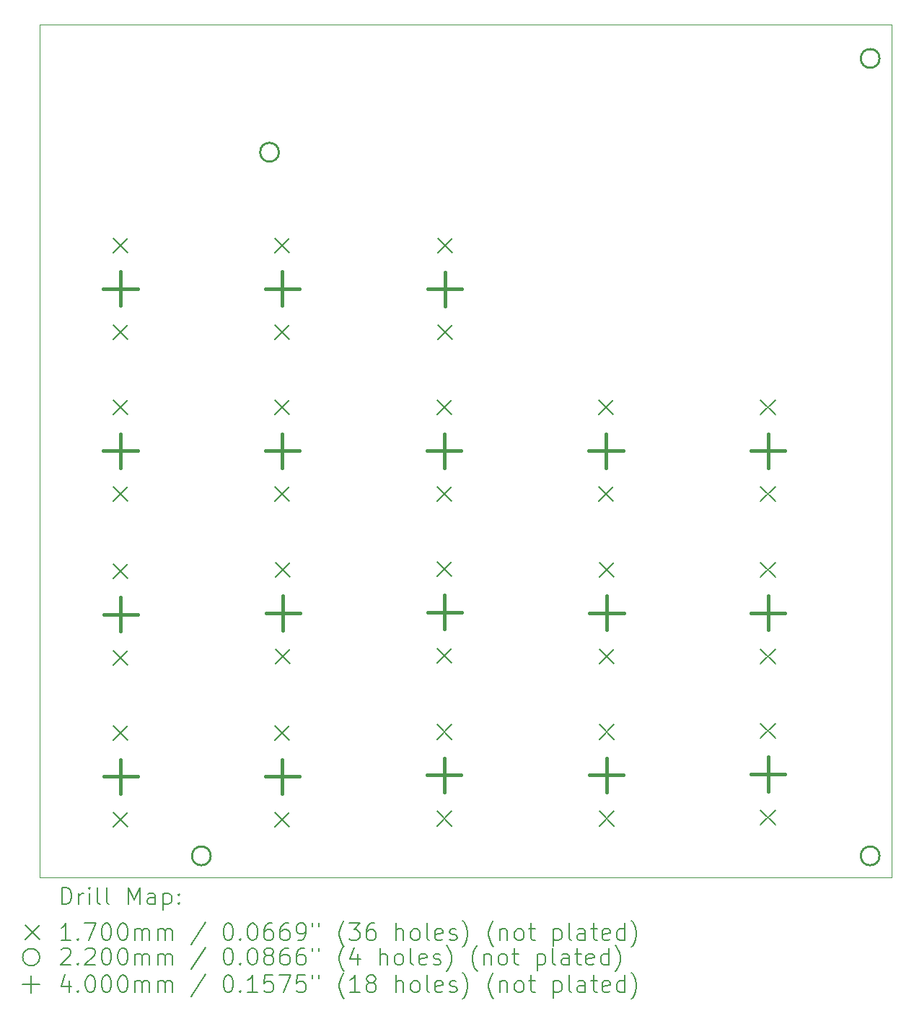
<source format=gbr>
%TF.GenerationSoftware,KiCad,Pcbnew,8.0.6-1.fc40*%
%TF.CreationDate,2024-10-26T10:38:36+11:00*%
%TF.ProjectId,Davepad,44617665-7061-4642-9e6b-696361645f70,rev?*%
%TF.SameCoordinates,Original*%
%TF.FileFunction,Drillmap*%
%TF.FilePolarity,Positive*%
%FSLAX45Y45*%
G04 Gerber Fmt 4.5, Leading zero omitted, Abs format (unit mm)*
G04 Created by KiCad (PCBNEW 8.0.6-1.fc40) date 2024-10-26 10:38:36*
%MOMM*%
%LPD*%
G01*
G04 APERTURE LIST*
%ADD10C,0.050000*%
%ADD11C,0.200000*%
%ADD12C,0.170000*%
%ADD13C,0.220000*%
%ADD14C,0.400000*%
G04 APERTURE END LIST*
D10*
X1905000Y-1905000D02*
X11905000Y-1905000D01*
X11905000Y-11905000D01*
X1905000Y-11905000D01*
X1905000Y-1905000D01*
D11*
D12*
X2765000Y-4407000D02*
X2935000Y-4577000D01*
X2935000Y-4407000D02*
X2765000Y-4577000D01*
X2765000Y-5423000D02*
X2935000Y-5593000D01*
X2935000Y-5423000D02*
X2765000Y-5593000D01*
X2765000Y-6307000D02*
X2935000Y-6477000D01*
X2935000Y-6307000D02*
X2765000Y-6477000D01*
X2765000Y-7323000D02*
X2935000Y-7493000D01*
X2935000Y-7323000D02*
X2765000Y-7493000D01*
X2769000Y-8226000D02*
X2939000Y-8396000D01*
X2939000Y-8226000D02*
X2769000Y-8396000D01*
X2769000Y-9242000D02*
X2939000Y-9412000D01*
X2939000Y-9242000D02*
X2769000Y-9412000D01*
X2769000Y-10126000D02*
X2939000Y-10296000D01*
X2939000Y-10126000D02*
X2769000Y-10296000D01*
X2769000Y-11142000D02*
X2939000Y-11312000D01*
X2939000Y-11142000D02*
X2769000Y-11312000D01*
X4665000Y-4407000D02*
X4835000Y-4577000D01*
X4835000Y-4407000D02*
X4665000Y-4577000D01*
X4665000Y-5423000D02*
X4835000Y-5593000D01*
X4835000Y-5423000D02*
X4665000Y-5593000D01*
X4665000Y-6307000D02*
X4835000Y-6477000D01*
X4835000Y-6307000D02*
X4665000Y-6477000D01*
X4665000Y-7323000D02*
X4835000Y-7493000D01*
X4835000Y-7323000D02*
X4665000Y-7493000D01*
X4665000Y-10126000D02*
X4835000Y-10296000D01*
X4835000Y-10126000D02*
X4665000Y-10296000D01*
X4665000Y-11142000D02*
X4835000Y-11312000D01*
X4835000Y-11142000D02*
X4665000Y-11312000D01*
X4673000Y-8211000D02*
X4843000Y-8381000D01*
X4843000Y-8211000D02*
X4673000Y-8381000D01*
X4673000Y-9227000D02*
X4843000Y-9397000D01*
X4843000Y-9227000D02*
X4673000Y-9397000D01*
X6565000Y-6307000D02*
X6735000Y-6477000D01*
X6735000Y-6307000D02*
X6565000Y-6477000D01*
X6565000Y-7323000D02*
X6735000Y-7493000D01*
X6735000Y-7323000D02*
X6565000Y-7493000D01*
X6565000Y-10111000D02*
X6735000Y-10281000D01*
X6735000Y-10111000D02*
X6565000Y-10281000D01*
X6565000Y-11127000D02*
X6735000Y-11297000D01*
X6735000Y-11127000D02*
X6565000Y-11297000D01*
X6569000Y-8199000D02*
X6739000Y-8369000D01*
X6739000Y-8199000D02*
X6569000Y-8369000D01*
X6569000Y-9215000D02*
X6739000Y-9385000D01*
X6739000Y-9215000D02*
X6569000Y-9385000D01*
X6573000Y-4411000D02*
X6743000Y-4581000D01*
X6743000Y-4411000D02*
X6573000Y-4581000D01*
X6573000Y-5427000D02*
X6743000Y-5597000D01*
X6743000Y-5427000D02*
X6573000Y-5597000D01*
X8465000Y-6307000D02*
X8635000Y-6477000D01*
X8635000Y-6307000D02*
X8465000Y-6477000D01*
X8465000Y-7323000D02*
X8635000Y-7493000D01*
X8635000Y-7323000D02*
X8465000Y-7493000D01*
X8469000Y-10111000D02*
X8639000Y-10281000D01*
X8639000Y-10111000D02*
X8469000Y-10281000D01*
X8469000Y-11127000D02*
X8639000Y-11297000D01*
X8639000Y-11127000D02*
X8469000Y-11297000D01*
X8473000Y-8207000D02*
X8643000Y-8377000D01*
X8643000Y-8207000D02*
X8473000Y-8377000D01*
X8473000Y-9223000D02*
X8643000Y-9393000D01*
X8643000Y-9223000D02*
X8473000Y-9393000D01*
X10365000Y-6307000D02*
X10535000Y-6477000D01*
X10535000Y-6307000D02*
X10365000Y-6477000D01*
X10365000Y-7323000D02*
X10535000Y-7493000D01*
X10535000Y-7323000D02*
X10365000Y-7493000D01*
X10365000Y-8207000D02*
X10535000Y-8377000D01*
X10535000Y-8207000D02*
X10365000Y-8377000D01*
X10365000Y-9223000D02*
X10535000Y-9393000D01*
X10535000Y-9223000D02*
X10365000Y-9393000D01*
X10365000Y-10099000D02*
X10535000Y-10269000D01*
X10535000Y-10099000D02*
X10365000Y-10269000D01*
X10365000Y-11115000D02*
X10535000Y-11285000D01*
X10535000Y-11115000D02*
X10365000Y-11285000D01*
D13*
X3910000Y-11650000D02*
G75*
G02*
X3690000Y-11650000I-110000J0D01*
G01*
X3690000Y-11650000D02*
G75*
G02*
X3910000Y-11650000I110000J0D01*
G01*
X4710000Y-3400000D02*
G75*
G02*
X4490000Y-3400000I-110000J0D01*
G01*
X4490000Y-3400000D02*
G75*
G02*
X4710000Y-3400000I110000J0D01*
G01*
X11760000Y-2300000D02*
G75*
G02*
X11540000Y-2300000I-110000J0D01*
G01*
X11540000Y-2300000D02*
G75*
G02*
X11760000Y-2300000I110000J0D01*
G01*
X11760000Y-11650000D02*
G75*
G02*
X11540000Y-11650000I-110000J0D01*
G01*
X11540000Y-11650000D02*
G75*
G02*
X11760000Y-11650000I110000J0D01*
G01*
D14*
X2850000Y-4800000D02*
X2850000Y-5200000D01*
X2650000Y-5000000D02*
X3050000Y-5000000D01*
X2850000Y-6700000D02*
X2850000Y-7100000D01*
X2650000Y-6900000D02*
X3050000Y-6900000D01*
X2854000Y-8619000D02*
X2854000Y-9019000D01*
X2654000Y-8819000D02*
X3054000Y-8819000D01*
X2854000Y-10519000D02*
X2854000Y-10919000D01*
X2654000Y-10719000D02*
X3054000Y-10719000D01*
X4750000Y-4800000D02*
X4750000Y-5200000D01*
X4550000Y-5000000D02*
X4950000Y-5000000D01*
X4750000Y-6700000D02*
X4750000Y-7100000D01*
X4550000Y-6900000D02*
X4950000Y-6900000D01*
X4750000Y-10519000D02*
X4750000Y-10919000D01*
X4550000Y-10719000D02*
X4950000Y-10719000D01*
X4758000Y-8604000D02*
X4758000Y-9004000D01*
X4558000Y-8804000D02*
X4958000Y-8804000D01*
X6650000Y-6700000D02*
X6650000Y-7100000D01*
X6450000Y-6900000D02*
X6850000Y-6900000D01*
X6650000Y-10504000D02*
X6650000Y-10904000D01*
X6450000Y-10704000D02*
X6850000Y-10704000D01*
X6654000Y-8592000D02*
X6654000Y-8992000D01*
X6454000Y-8792000D02*
X6854000Y-8792000D01*
X6658000Y-4804000D02*
X6658000Y-5204000D01*
X6458000Y-5004000D02*
X6858000Y-5004000D01*
X8550000Y-6700000D02*
X8550000Y-7100000D01*
X8350000Y-6900000D02*
X8750000Y-6900000D01*
X8554000Y-10504000D02*
X8554000Y-10904000D01*
X8354000Y-10704000D02*
X8754000Y-10704000D01*
X8558000Y-8600000D02*
X8558000Y-9000000D01*
X8358000Y-8800000D02*
X8758000Y-8800000D01*
X10450000Y-6700000D02*
X10450000Y-7100000D01*
X10250000Y-6900000D02*
X10650000Y-6900000D01*
X10450000Y-8600000D02*
X10450000Y-9000000D01*
X10250000Y-8800000D02*
X10650000Y-8800000D01*
X10450000Y-10492000D02*
X10450000Y-10892000D01*
X10250000Y-10692000D02*
X10650000Y-10692000D01*
D11*
X2163277Y-12218984D02*
X2163277Y-12018984D01*
X2163277Y-12018984D02*
X2210896Y-12018984D01*
X2210896Y-12018984D02*
X2239467Y-12028508D01*
X2239467Y-12028508D02*
X2258515Y-12047555D01*
X2258515Y-12047555D02*
X2268039Y-12066603D01*
X2268039Y-12066603D02*
X2277563Y-12104698D01*
X2277563Y-12104698D02*
X2277563Y-12133269D01*
X2277563Y-12133269D02*
X2268039Y-12171365D01*
X2268039Y-12171365D02*
X2258515Y-12190412D01*
X2258515Y-12190412D02*
X2239467Y-12209460D01*
X2239467Y-12209460D02*
X2210896Y-12218984D01*
X2210896Y-12218984D02*
X2163277Y-12218984D01*
X2363277Y-12218984D02*
X2363277Y-12085650D01*
X2363277Y-12123746D02*
X2372801Y-12104698D01*
X2372801Y-12104698D02*
X2382324Y-12095174D01*
X2382324Y-12095174D02*
X2401372Y-12085650D01*
X2401372Y-12085650D02*
X2420420Y-12085650D01*
X2487086Y-12218984D02*
X2487086Y-12085650D01*
X2487086Y-12018984D02*
X2477563Y-12028508D01*
X2477563Y-12028508D02*
X2487086Y-12038031D01*
X2487086Y-12038031D02*
X2496610Y-12028508D01*
X2496610Y-12028508D02*
X2487086Y-12018984D01*
X2487086Y-12018984D02*
X2487086Y-12038031D01*
X2610896Y-12218984D02*
X2591848Y-12209460D01*
X2591848Y-12209460D02*
X2582324Y-12190412D01*
X2582324Y-12190412D02*
X2582324Y-12018984D01*
X2715658Y-12218984D02*
X2696610Y-12209460D01*
X2696610Y-12209460D02*
X2687086Y-12190412D01*
X2687086Y-12190412D02*
X2687086Y-12018984D01*
X2944229Y-12218984D02*
X2944229Y-12018984D01*
X2944229Y-12018984D02*
X3010896Y-12161841D01*
X3010896Y-12161841D02*
X3077562Y-12018984D01*
X3077562Y-12018984D02*
X3077562Y-12218984D01*
X3258515Y-12218984D02*
X3258515Y-12114222D01*
X3258515Y-12114222D02*
X3248991Y-12095174D01*
X3248991Y-12095174D02*
X3229943Y-12085650D01*
X3229943Y-12085650D02*
X3191848Y-12085650D01*
X3191848Y-12085650D02*
X3172801Y-12095174D01*
X3258515Y-12209460D02*
X3239467Y-12218984D01*
X3239467Y-12218984D02*
X3191848Y-12218984D01*
X3191848Y-12218984D02*
X3172801Y-12209460D01*
X3172801Y-12209460D02*
X3163277Y-12190412D01*
X3163277Y-12190412D02*
X3163277Y-12171365D01*
X3163277Y-12171365D02*
X3172801Y-12152317D01*
X3172801Y-12152317D02*
X3191848Y-12142793D01*
X3191848Y-12142793D02*
X3239467Y-12142793D01*
X3239467Y-12142793D02*
X3258515Y-12133269D01*
X3353753Y-12085650D02*
X3353753Y-12285650D01*
X3353753Y-12095174D02*
X3372801Y-12085650D01*
X3372801Y-12085650D02*
X3410896Y-12085650D01*
X3410896Y-12085650D02*
X3429943Y-12095174D01*
X3429943Y-12095174D02*
X3439467Y-12104698D01*
X3439467Y-12104698D02*
X3448991Y-12123746D01*
X3448991Y-12123746D02*
X3448991Y-12180888D01*
X3448991Y-12180888D02*
X3439467Y-12199936D01*
X3439467Y-12199936D02*
X3429943Y-12209460D01*
X3429943Y-12209460D02*
X3410896Y-12218984D01*
X3410896Y-12218984D02*
X3372801Y-12218984D01*
X3372801Y-12218984D02*
X3353753Y-12209460D01*
X3534705Y-12199936D02*
X3544229Y-12209460D01*
X3544229Y-12209460D02*
X3534705Y-12218984D01*
X3534705Y-12218984D02*
X3525182Y-12209460D01*
X3525182Y-12209460D02*
X3534705Y-12199936D01*
X3534705Y-12199936D02*
X3534705Y-12218984D01*
X3534705Y-12095174D02*
X3544229Y-12104698D01*
X3544229Y-12104698D02*
X3534705Y-12114222D01*
X3534705Y-12114222D02*
X3525182Y-12104698D01*
X3525182Y-12104698D02*
X3534705Y-12095174D01*
X3534705Y-12095174D02*
X3534705Y-12114222D01*
D12*
X1732500Y-12462500D02*
X1902500Y-12632500D01*
X1902500Y-12462500D02*
X1732500Y-12632500D01*
D11*
X2268039Y-12638984D02*
X2153753Y-12638984D01*
X2210896Y-12638984D02*
X2210896Y-12438984D01*
X2210896Y-12438984D02*
X2191848Y-12467555D01*
X2191848Y-12467555D02*
X2172801Y-12486603D01*
X2172801Y-12486603D02*
X2153753Y-12496127D01*
X2353753Y-12619936D02*
X2363277Y-12629460D01*
X2363277Y-12629460D02*
X2353753Y-12638984D01*
X2353753Y-12638984D02*
X2344229Y-12629460D01*
X2344229Y-12629460D02*
X2353753Y-12619936D01*
X2353753Y-12619936D02*
X2353753Y-12638984D01*
X2429944Y-12438984D02*
X2563277Y-12438984D01*
X2563277Y-12438984D02*
X2477563Y-12638984D01*
X2677563Y-12438984D02*
X2696610Y-12438984D01*
X2696610Y-12438984D02*
X2715658Y-12448508D01*
X2715658Y-12448508D02*
X2725182Y-12458031D01*
X2725182Y-12458031D02*
X2734705Y-12477079D01*
X2734705Y-12477079D02*
X2744229Y-12515174D01*
X2744229Y-12515174D02*
X2744229Y-12562793D01*
X2744229Y-12562793D02*
X2734705Y-12600888D01*
X2734705Y-12600888D02*
X2725182Y-12619936D01*
X2725182Y-12619936D02*
X2715658Y-12629460D01*
X2715658Y-12629460D02*
X2696610Y-12638984D01*
X2696610Y-12638984D02*
X2677563Y-12638984D01*
X2677563Y-12638984D02*
X2658515Y-12629460D01*
X2658515Y-12629460D02*
X2648991Y-12619936D01*
X2648991Y-12619936D02*
X2639467Y-12600888D01*
X2639467Y-12600888D02*
X2629944Y-12562793D01*
X2629944Y-12562793D02*
X2629944Y-12515174D01*
X2629944Y-12515174D02*
X2639467Y-12477079D01*
X2639467Y-12477079D02*
X2648991Y-12458031D01*
X2648991Y-12458031D02*
X2658515Y-12448508D01*
X2658515Y-12448508D02*
X2677563Y-12438984D01*
X2868039Y-12438984D02*
X2887086Y-12438984D01*
X2887086Y-12438984D02*
X2906134Y-12448508D01*
X2906134Y-12448508D02*
X2915658Y-12458031D01*
X2915658Y-12458031D02*
X2925182Y-12477079D01*
X2925182Y-12477079D02*
X2934705Y-12515174D01*
X2934705Y-12515174D02*
X2934705Y-12562793D01*
X2934705Y-12562793D02*
X2925182Y-12600888D01*
X2925182Y-12600888D02*
X2915658Y-12619936D01*
X2915658Y-12619936D02*
X2906134Y-12629460D01*
X2906134Y-12629460D02*
X2887086Y-12638984D01*
X2887086Y-12638984D02*
X2868039Y-12638984D01*
X2868039Y-12638984D02*
X2848991Y-12629460D01*
X2848991Y-12629460D02*
X2839467Y-12619936D01*
X2839467Y-12619936D02*
X2829943Y-12600888D01*
X2829943Y-12600888D02*
X2820420Y-12562793D01*
X2820420Y-12562793D02*
X2820420Y-12515174D01*
X2820420Y-12515174D02*
X2829943Y-12477079D01*
X2829943Y-12477079D02*
X2839467Y-12458031D01*
X2839467Y-12458031D02*
X2848991Y-12448508D01*
X2848991Y-12448508D02*
X2868039Y-12438984D01*
X3020420Y-12638984D02*
X3020420Y-12505650D01*
X3020420Y-12524698D02*
X3029943Y-12515174D01*
X3029943Y-12515174D02*
X3048991Y-12505650D01*
X3048991Y-12505650D02*
X3077563Y-12505650D01*
X3077563Y-12505650D02*
X3096610Y-12515174D01*
X3096610Y-12515174D02*
X3106134Y-12534222D01*
X3106134Y-12534222D02*
X3106134Y-12638984D01*
X3106134Y-12534222D02*
X3115658Y-12515174D01*
X3115658Y-12515174D02*
X3134705Y-12505650D01*
X3134705Y-12505650D02*
X3163277Y-12505650D01*
X3163277Y-12505650D02*
X3182324Y-12515174D01*
X3182324Y-12515174D02*
X3191848Y-12534222D01*
X3191848Y-12534222D02*
X3191848Y-12638984D01*
X3287086Y-12638984D02*
X3287086Y-12505650D01*
X3287086Y-12524698D02*
X3296610Y-12515174D01*
X3296610Y-12515174D02*
X3315658Y-12505650D01*
X3315658Y-12505650D02*
X3344229Y-12505650D01*
X3344229Y-12505650D02*
X3363277Y-12515174D01*
X3363277Y-12515174D02*
X3372801Y-12534222D01*
X3372801Y-12534222D02*
X3372801Y-12638984D01*
X3372801Y-12534222D02*
X3382324Y-12515174D01*
X3382324Y-12515174D02*
X3401372Y-12505650D01*
X3401372Y-12505650D02*
X3429943Y-12505650D01*
X3429943Y-12505650D02*
X3448991Y-12515174D01*
X3448991Y-12515174D02*
X3458515Y-12534222D01*
X3458515Y-12534222D02*
X3458515Y-12638984D01*
X3848991Y-12429460D02*
X3677563Y-12686603D01*
X4106134Y-12438984D02*
X4125182Y-12438984D01*
X4125182Y-12438984D02*
X4144229Y-12448508D01*
X4144229Y-12448508D02*
X4153753Y-12458031D01*
X4153753Y-12458031D02*
X4163277Y-12477079D01*
X4163277Y-12477079D02*
X4172801Y-12515174D01*
X4172801Y-12515174D02*
X4172801Y-12562793D01*
X4172801Y-12562793D02*
X4163277Y-12600888D01*
X4163277Y-12600888D02*
X4153753Y-12619936D01*
X4153753Y-12619936D02*
X4144229Y-12629460D01*
X4144229Y-12629460D02*
X4125182Y-12638984D01*
X4125182Y-12638984D02*
X4106134Y-12638984D01*
X4106134Y-12638984D02*
X4087086Y-12629460D01*
X4087086Y-12629460D02*
X4077563Y-12619936D01*
X4077563Y-12619936D02*
X4068039Y-12600888D01*
X4068039Y-12600888D02*
X4058515Y-12562793D01*
X4058515Y-12562793D02*
X4058515Y-12515174D01*
X4058515Y-12515174D02*
X4068039Y-12477079D01*
X4068039Y-12477079D02*
X4077563Y-12458031D01*
X4077563Y-12458031D02*
X4087086Y-12448508D01*
X4087086Y-12448508D02*
X4106134Y-12438984D01*
X4258515Y-12619936D02*
X4268039Y-12629460D01*
X4268039Y-12629460D02*
X4258515Y-12638984D01*
X4258515Y-12638984D02*
X4248991Y-12629460D01*
X4248991Y-12629460D02*
X4258515Y-12619936D01*
X4258515Y-12619936D02*
X4258515Y-12638984D01*
X4391848Y-12438984D02*
X4410896Y-12438984D01*
X4410896Y-12438984D02*
X4429944Y-12448508D01*
X4429944Y-12448508D02*
X4439468Y-12458031D01*
X4439468Y-12458031D02*
X4448991Y-12477079D01*
X4448991Y-12477079D02*
X4458515Y-12515174D01*
X4458515Y-12515174D02*
X4458515Y-12562793D01*
X4458515Y-12562793D02*
X4448991Y-12600888D01*
X4448991Y-12600888D02*
X4439468Y-12619936D01*
X4439468Y-12619936D02*
X4429944Y-12629460D01*
X4429944Y-12629460D02*
X4410896Y-12638984D01*
X4410896Y-12638984D02*
X4391848Y-12638984D01*
X4391848Y-12638984D02*
X4372801Y-12629460D01*
X4372801Y-12629460D02*
X4363277Y-12619936D01*
X4363277Y-12619936D02*
X4353753Y-12600888D01*
X4353753Y-12600888D02*
X4344229Y-12562793D01*
X4344229Y-12562793D02*
X4344229Y-12515174D01*
X4344229Y-12515174D02*
X4353753Y-12477079D01*
X4353753Y-12477079D02*
X4363277Y-12458031D01*
X4363277Y-12458031D02*
X4372801Y-12448508D01*
X4372801Y-12448508D02*
X4391848Y-12438984D01*
X4629944Y-12438984D02*
X4591848Y-12438984D01*
X4591848Y-12438984D02*
X4572801Y-12448508D01*
X4572801Y-12448508D02*
X4563277Y-12458031D01*
X4563277Y-12458031D02*
X4544229Y-12486603D01*
X4544229Y-12486603D02*
X4534706Y-12524698D01*
X4534706Y-12524698D02*
X4534706Y-12600888D01*
X4534706Y-12600888D02*
X4544229Y-12619936D01*
X4544229Y-12619936D02*
X4553753Y-12629460D01*
X4553753Y-12629460D02*
X4572801Y-12638984D01*
X4572801Y-12638984D02*
X4610896Y-12638984D01*
X4610896Y-12638984D02*
X4629944Y-12629460D01*
X4629944Y-12629460D02*
X4639468Y-12619936D01*
X4639468Y-12619936D02*
X4648991Y-12600888D01*
X4648991Y-12600888D02*
X4648991Y-12553269D01*
X4648991Y-12553269D02*
X4639468Y-12534222D01*
X4639468Y-12534222D02*
X4629944Y-12524698D01*
X4629944Y-12524698D02*
X4610896Y-12515174D01*
X4610896Y-12515174D02*
X4572801Y-12515174D01*
X4572801Y-12515174D02*
X4553753Y-12524698D01*
X4553753Y-12524698D02*
X4544229Y-12534222D01*
X4544229Y-12534222D02*
X4534706Y-12553269D01*
X4820420Y-12438984D02*
X4782325Y-12438984D01*
X4782325Y-12438984D02*
X4763277Y-12448508D01*
X4763277Y-12448508D02*
X4753753Y-12458031D01*
X4753753Y-12458031D02*
X4734706Y-12486603D01*
X4734706Y-12486603D02*
X4725182Y-12524698D01*
X4725182Y-12524698D02*
X4725182Y-12600888D01*
X4725182Y-12600888D02*
X4734706Y-12619936D01*
X4734706Y-12619936D02*
X4744229Y-12629460D01*
X4744229Y-12629460D02*
X4763277Y-12638984D01*
X4763277Y-12638984D02*
X4801372Y-12638984D01*
X4801372Y-12638984D02*
X4820420Y-12629460D01*
X4820420Y-12629460D02*
X4829944Y-12619936D01*
X4829944Y-12619936D02*
X4839468Y-12600888D01*
X4839468Y-12600888D02*
X4839468Y-12553269D01*
X4839468Y-12553269D02*
X4829944Y-12534222D01*
X4829944Y-12534222D02*
X4820420Y-12524698D01*
X4820420Y-12524698D02*
X4801372Y-12515174D01*
X4801372Y-12515174D02*
X4763277Y-12515174D01*
X4763277Y-12515174D02*
X4744229Y-12524698D01*
X4744229Y-12524698D02*
X4734706Y-12534222D01*
X4734706Y-12534222D02*
X4725182Y-12553269D01*
X4934706Y-12638984D02*
X4972801Y-12638984D01*
X4972801Y-12638984D02*
X4991849Y-12629460D01*
X4991849Y-12629460D02*
X5001372Y-12619936D01*
X5001372Y-12619936D02*
X5020420Y-12591365D01*
X5020420Y-12591365D02*
X5029944Y-12553269D01*
X5029944Y-12553269D02*
X5029944Y-12477079D01*
X5029944Y-12477079D02*
X5020420Y-12458031D01*
X5020420Y-12458031D02*
X5010896Y-12448508D01*
X5010896Y-12448508D02*
X4991849Y-12438984D01*
X4991849Y-12438984D02*
X4953753Y-12438984D01*
X4953753Y-12438984D02*
X4934706Y-12448508D01*
X4934706Y-12448508D02*
X4925182Y-12458031D01*
X4925182Y-12458031D02*
X4915658Y-12477079D01*
X4915658Y-12477079D02*
X4915658Y-12524698D01*
X4915658Y-12524698D02*
X4925182Y-12543746D01*
X4925182Y-12543746D02*
X4934706Y-12553269D01*
X4934706Y-12553269D02*
X4953753Y-12562793D01*
X4953753Y-12562793D02*
X4991849Y-12562793D01*
X4991849Y-12562793D02*
X5010896Y-12553269D01*
X5010896Y-12553269D02*
X5020420Y-12543746D01*
X5020420Y-12543746D02*
X5029944Y-12524698D01*
X5106134Y-12438984D02*
X5106134Y-12477079D01*
X5182325Y-12438984D02*
X5182325Y-12477079D01*
X5477563Y-12715174D02*
X5468039Y-12705650D01*
X5468039Y-12705650D02*
X5448991Y-12677079D01*
X5448991Y-12677079D02*
X5439468Y-12658031D01*
X5439468Y-12658031D02*
X5429944Y-12629460D01*
X5429944Y-12629460D02*
X5420420Y-12581841D01*
X5420420Y-12581841D02*
X5420420Y-12543746D01*
X5420420Y-12543746D02*
X5429944Y-12496127D01*
X5429944Y-12496127D02*
X5439468Y-12467555D01*
X5439468Y-12467555D02*
X5448991Y-12448508D01*
X5448991Y-12448508D02*
X5468039Y-12419936D01*
X5468039Y-12419936D02*
X5477563Y-12410412D01*
X5534706Y-12438984D02*
X5658515Y-12438984D01*
X5658515Y-12438984D02*
X5591849Y-12515174D01*
X5591849Y-12515174D02*
X5620420Y-12515174D01*
X5620420Y-12515174D02*
X5639468Y-12524698D01*
X5639468Y-12524698D02*
X5648991Y-12534222D01*
X5648991Y-12534222D02*
X5658515Y-12553269D01*
X5658515Y-12553269D02*
X5658515Y-12600888D01*
X5658515Y-12600888D02*
X5648991Y-12619936D01*
X5648991Y-12619936D02*
X5639468Y-12629460D01*
X5639468Y-12629460D02*
X5620420Y-12638984D01*
X5620420Y-12638984D02*
X5563277Y-12638984D01*
X5563277Y-12638984D02*
X5544230Y-12629460D01*
X5544230Y-12629460D02*
X5534706Y-12619936D01*
X5829944Y-12438984D02*
X5791848Y-12438984D01*
X5791848Y-12438984D02*
X5772801Y-12448508D01*
X5772801Y-12448508D02*
X5763277Y-12458031D01*
X5763277Y-12458031D02*
X5744229Y-12486603D01*
X5744229Y-12486603D02*
X5734706Y-12524698D01*
X5734706Y-12524698D02*
X5734706Y-12600888D01*
X5734706Y-12600888D02*
X5744229Y-12619936D01*
X5744229Y-12619936D02*
X5753753Y-12629460D01*
X5753753Y-12629460D02*
X5772801Y-12638984D01*
X5772801Y-12638984D02*
X5810896Y-12638984D01*
X5810896Y-12638984D02*
X5829944Y-12629460D01*
X5829944Y-12629460D02*
X5839468Y-12619936D01*
X5839468Y-12619936D02*
X5848991Y-12600888D01*
X5848991Y-12600888D02*
X5848991Y-12553269D01*
X5848991Y-12553269D02*
X5839468Y-12534222D01*
X5839468Y-12534222D02*
X5829944Y-12524698D01*
X5829944Y-12524698D02*
X5810896Y-12515174D01*
X5810896Y-12515174D02*
X5772801Y-12515174D01*
X5772801Y-12515174D02*
X5753753Y-12524698D01*
X5753753Y-12524698D02*
X5744229Y-12534222D01*
X5744229Y-12534222D02*
X5734706Y-12553269D01*
X6087087Y-12638984D02*
X6087087Y-12438984D01*
X6172801Y-12638984D02*
X6172801Y-12534222D01*
X6172801Y-12534222D02*
X6163277Y-12515174D01*
X6163277Y-12515174D02*
X6144230Y-12505650D01*
X6144230Y-12505650D02*
X6115658Y-12505650D01*
X6115658Y-12505650D02*
X6096610Y-12515174D01*
X6096610Y-12515174D02*
X6087087Y-12524698D01*
X6296610Y-12638984D02*
X6277563Y-12629460D01*
X6277563Y-12629460D02*
X6268039Y-12619936D01*
X6268039Y-12619936D02*
X6258515Y-12600888D01*
X6258515Y-12600888D02*
X6258515Y-12543746D01*
X6258515Y-12543746D02*
X6268039Y-12524698D01*
X6268039Y-12524698D02*
X6277563Y-12515174D01*
X6277563Y-12515174D02*
X6296610Y-12505650D01*
X6296610Y-12505650D02*
X6325182Y-12505650D01*
X6325182Y-12505650D02*
X6344230Y-12515174D01*
X6344230Y-12515174D02*
X6353753Y-12524698D01*
X6353753Y-12524698D02*
X6363277Y-12543746D01*
X6363277Y-12543746D02*
X6363277Y-12600888D01*
X6363277Y-12600888D02*
X6353753Y-12619936D01*
X6353753Y-12619936D02*
X6344230Y-12629460D01*
X6344230Y-12629460D02*
X6325182Y-12638984D01*
X6325182Y-12638984D02*
X6296610Y-12638984D01*
X6477563Y-12638984D02*
X6458515Y-12629460D01*
X6458515Y-12629460D02*
X6448991Y-12610412D01*
X6448991Y-12610412D02*
X6448991Y-12438984D01*
X6629944Y-12629460D02*
X6610896Y-12638984D01*
X6610896Y-12638984D02*
X6572801Y-12638984D01*
X6572801Y-12638984D02*
X6553753Y-12629460D01*
X6553753Y-12629460D02*
X6544230Y-12610412D01*
X6544230Y-12610412D02*
X6544230Y-12534222D01*
X6544230Y-12534222D02*
X6553753Y-12515174D01*
X6553753Y-12515174D02*
X6572801Y-12505650D01*
X6572801Y-12505650D02*
X6610896Y-12505650D01*
X6610896Y-12505650D02*
X6629944Y-12515174D01*
X6629944Y-12515174D02*
X6639468Y-12534222D01*
X6639468Y-12534222D02*
X6639468Y-12553269D01*
X6639468Y-12553269D02*
X6544230Y-12572317D01*
X6715658Y-12629460D02*
X6734706Y-12638984D01*
X6734706Y-12638984D02*
X6772801Y-12638984D01*
X6772801Y-12638984D02*
X6791849Y-12629460D01*
X6791849Y-12629460D02*
X6801372Y-12610412D01*
X6801372Y-12610412D02*
X6801372Y-12600888D01*
X6801372Y-12600888D02*
X6791849Y-12581841D01*
X6791849Y-12581841D02*
X6772801Y-12572317D01*
X6772801Y-12572317D02*
X6744230Y-12572317D01*
X6744230Y-12572317D02*
X6725182Y-12562793D01*
X6725182Y-12562793D02*
X6715658Y-12543746D01*
X6715658Y-12543746D02*
X6715658Y-12534222D01*
X6715658Y-12534222D02*
X6725182Y-12515174D01*
X6725182Y-12515174D02*
X6744230Y-12505650D01*
X6744230Y-12505650D02*
X6772801Y-12505650D01*
X6772801Y-12505650D02*
X6791849Y-12515174D01*
X6868039Y-12715174D02*
X6877563Y-12705650D01*
X6877563Y-12705650D02*
X6896611Y-12677079D01*
X6896611Y-12677079D02*
X6906134Y-12658031D01*
X6906134Y-12658031D02*
X6915658Y-12629460D01*
X6915658Y-12629460D02*
X6925182Y-12581841D01*
X6925182Y-12581841D02*
X6925182Y-12543746D01*
X6925182Y-12543746D02*
X6915658Y-12496127D01*
X6915658Y-12496127D02*
X6906134Y-12467555D01*
X6906134Y-12467555D02*
X6896611Y-12448508D01*
X6896611Y-12448508D02*
X6877563Y-12419936D01*
X6877563Y-12419936D02*
X6868039Y-12410412D01*
X7229944Y-12715174D02*
X7220420Y-12705650D01*
X7220420Y-12705650D02*
X7201372Y-12677079D01*
X7201372Y-12677079D02*
X7191849Y-12658031D01*
X7191849Y-12658031D02*
X7182325Y-12629460D01*
X7182325Y-12629460D02*
X7172801Y-12581841D01*
X7172801Y-12581841D02*
X7172801Y-12543746D01*
X7172801Y-12543746D02*
X7182325Y-12496127D01*
X7182325Y-12496127D02*
X7191849Y-12467555D01*
X7191849Y-12467555D02*
X7201372Y-12448508D01*
X7201372Y-12448508D02*
X7220420Y-12419936D01*
X7220420Y-12419936D02*
X7229944Y-12410412D01*
X7306134Y-12505650D02*
X7306134Y-12638984D01*
X7306134Y-12524698D02*
X7315658Y-12515174D01*
X7315658Y-12515174D02*
X7334706Y-12505650D01*
X7334706Y-12505650D02*
X7363277Y-12505650D01*
X7363277Y-12505650D02*
X7382325Y-12515174D01*
X7382325Y-12515174D02*
X7391849Y-12534222D01*
X7391849Y-12534222D02*
X7391849Y-12638984D01*
X7515658Y-12638984D02*
X7496611Y-12629460D01*
X7496611Y-12629460D02*
X7487087Y-12619936D01*
X7487087Y-12619936D02*
X7477563Y-12600888D01*
X7477563Y-12600888D02*
X7477563Y-12543746D01*
X7477563Y-12543746D02*
X7487087Y-12524698D01*
X7487087Y-12524698D02*
X7496611Y-12515174D01*
X7496611Y-12515174D02*
X7515658Y-12505650D01*
X7515658Y-12505650D02*
X7544230Y-12505650D01*
X7544230Y-12505650D02*
X7563277Y-12515174D01*
X7563277Y-12515174D02*
X7572801Y-12524698D01*
X7572801Y-12524698D02*
X7582325Y-12543746D01*
X7582325Y-12543746D02*
X7582325Y-12600888D01*
X7582325Y-12600888D02*
X7572801Y-12619936D01*
X7572801Y-12619936D02*
X7563277Y-12629460D01*
X7563277Y-12629460D02*
X7544230Y-12638984D01*
X7544230Y-12638984D02*
X7515658Y-12638984D01*
X7639468Y-12505650D02*
X7715658Y-12505650D01*
X7668039Y-12438984D02*
X7668039Y-12610412D01*
X7668039Y-12610412D02*
X7677563Y-12629460D01*
X7677563Y-12629460D02*
X7696611Y-12638984D01*
X7696611Y-12638984D02*
X7715658Y-12638984D01*
X7934706Y-12505650D02*
X7934706Y-12705650D01*
X7934706Y-12515174D02*
X7953753Y-12505650D01*
X7953753Y-12505650D02*
X7991849Y-12505650D01*
X7991849Y-12505650D02*
X8010896Y-12515174D01*
X8010896Y-12515174D02*
X8020420Y-12524698D01*
X8020420Y-12524698D02*
X8029944Y-12543746D01*
X8029944Y-12543746D02*
X8029944Y-12600888D01*
X8029944Y-12600888D02*
X8020420Y-12619936D01*
X8020420Y-12619936D02*
X8010896Y-12629460D01*
X8010896Y-12629460D02*
X7991849Y-12638984D01*
X7991849Y-12638984D02*
X7953753Y-12638984D01*
X7953753Y-12638984D02*
X7934706Y-12629460D01*
X8144230Y-12638984D02*
X8125182Y-12629460D01*
X8125182Y-12629460D02*
X8115658Y-12610412D01*
X8115658Y-12610412D02*
X8115658Y-12438984D01*
X8306134Y-12638984D02*
X8306134Y-12534222D01*
X8306134Y-12534222D02*
X8296611Y-12515174D01*
X8296611Y-12515174D02*
X8277563Y-12505650D01*
X8277563Y-12505650D02*
X8239468Y-12505650D01*
X8239468Y-12505650D02*
X8220420Y-12515174D01*
X8306134Y-12629460D02*
X8287087Y-12638984D01*
X8287087Y-12638984D02*
X8239468Y-12638984D01*
X8239468Y-12638984D02*
X8220420Y-12629460D01*
X8220420Y-12629460D02*
X8210896Y-12610412D01*
X8210896Y-12610412D02*
X8210896Y-12591365D01*
X8210896Y-12591365D02*
X8220420Y-12572317D01*
X8220420Y-12572317D02*
X8239468Y-12562793D01*
X8239468Y-12562793D02*
X8287087Y-12562793D01*
X8287087Y-12562793D02*
X8306134Y-12553269D01*
X8372801Y-12505650D02*
X8448992Y-12505650D01*
X8401373Y-12438984D02*
X8401373Y-12610412D01*
X8401373Y-12610412D02*
X8410896Y-12629460D01*
X8410896Y-12629460D02*
X8429944Y-12638984D01*
X8429944Y-12638984D02*
X8448992Y-12638984D01*
X8591849Y-12629460D02*
X8572801Y-12638984D01*
X8572801Y-12638984D02*
X8534706Y-12638984D01*
X8534706Y-12638984D02*
X8515658Y-12629460D01*
X8515658Y-12629460D02*
X8506135Y-12610412D01*
X8506135Y-12610412D02*
X8506135Y-12534222D01*
X8506135Y-12534222D02*
X8515658Y-12515174D01*
X8515658Y-12515174D02*
X8534706Y-12505650D01*
X8534706Y-12505650D02*
X8572801Y-12505650D01*
X8572801Y-12505650D02*
X8591849Y-12515174D01*
X8591849Y-12515174D02*
X8601373Y-12534222D01*
X8601373Y-12534222D02*
X8601373Y-12553269D01*
X8601373Y-12553269D02*
X8506135Y-12572317D01*
X8772801Y-12638984D02*
X8772801Y-12438984D01*
X8772801Y-12629460D02*
X8753754Y-12638984D01*
X8753754Y-12638984D02*
X8715658Y-12638984D01*
X8715658Y-12638984D02*
X8696611Y-12629460D01*
X8696611Y-12629460D02*
X8687087Y-12619936D01*
X8687087Y-12619936D02*
X8677563Y-12600888D01*
X8677563Y-12600888D02*
X8677563Y-12543746D01*
X8677563Y-12543746D02*
X8687087Y-12524698D01*
X8687087Y-12524698D02*
X8696611Y-12515174D01*
X8696611Y-12515174D02*
X8715658Y-12505650D01*
X8715658Y-12505650D02*
X8753754Y-12505650D01*
X8753754Y-12505650D02*
X8772801Y-12515174D01*
X8848992Y-12715174D02*
X8858516Y-12705650D01*
X8858516Y-12705650D02*
X8877563Y-12677079D01*
X8877563Y-12677079D02*
X8887087Y-12658031D01*
X8887087Y-12658031D02*
X8896611Y-12629460D01*
X8896611Y-12629460D02*
X8906135Y-12581841D01*
X8906135Y-12581841D02*
X8906135Y-12543746D01*
X8906135Y-12543746D02*
X8896611Y-12496127D01*
X8896611Y-12496127D02*
X8887087Y-12467555D01*
X8887087Y-12467555D02*
X8877563Y-12448508D01*
X8877563Y-12448508D02*
X8858516Y-12419936D01*
X8858516Y-12419936D02*
X8848992Y-12410412D01*
X1902500Y-12837500D02*
G75*
G02*
X1702500Y-12837500I-100000J0D01*
G01*
X1702500Y-12837500D02*
G75*
G02*
X1902500Y-12837500I100000J0D01*
G01*
X2153753Y-12748031D02*
X2163277Y-12738508D01*
X2163277Y-12738508D02*
X2182324Y-12728984D01*
X2182324Y-12728984D02*
X2229944Y-12728984D01*
X2229944Y-12728984D02*
X2248991Y-12738508D01*
X2248991Y-12738508D02*
X2258515Y-12748031D01*
X2258515Y-12748031D02*
X2268039Y-12767079D01*
X2268039Y-12767079D02*
X2268039Y-12786127D01*
X2268039Y-12786127D02*
X2258515Y-12814698D01*
X2258515Y-12814698D02*
X2144229Y-12928984D01*
X2144229Y-12928984D02*
X2268039Y-12928984D01*
X2353753Y-12909936D02*
X2363277Y-12919460D01*
X2363277Y-12919460D02*
X2353753Y-12928984D01*
X2353753Y-12928984D02*
X2344229Y-12919460D01*
X2344229Y-12919460D02*
X2353753Y-12909936D01*
X2353753Y-12909936D02*
X2353753Y-12928984D01*
X2439467Y-12748031D02*
X2448991Y-12738508D01*
X2448991Y-12738508D02*
X2468039Y-12728984D01*
X2468039Y-12728984D02*
X2515658Y-12728984D01*
X2515658Y-12728984D02*
X2534705Y-12738508D01*
X2534705Y-12738508D02*
X2544229Y-12748031D01*
X2544229Y-12748031D02*
X2553753Y-12767079D01*
X2553753Y-12767079D02*
X2553753Y-12786127D01*
X2553753Y-12786127D02*
X2544229Y-12814698D01*
X2544229Y-12814698D02*
X2429944Y-12928984D01*
X2429944Y-12928984D02*
X2553753Y-12928984D01*
X2677563Y-12728984D02*
X2696610Y-12728984D01*
X2696610Y-12728984D02*
X2715658Y-12738508D01*
X2715658Y-12738508D02*
X2725182Y-12748031D01*
X2725182Y-12748031D02*
X2734705Y-12767079D01*
X2734705Y-12767079D02*
X2744229Y-12805174D01*
X2744229Y-12805174D02*
X2744229Y-12852793D01*
X2744229Y-12852793D02*
X2734705Y-12890888D01*
X2734705Y-12890888D02*
X2725182Y-12909936D01*
X2725182Y-12909936D02*
X2715658Y-12919460D01*
X2715658Y-12919460D02*
X2696610Y-12928984D01*
X2696610Y-12928984D02*
X2677563Y-12928984D01*
X2677563Y-12928984D02*
X2658515Y-12919460D01*
X2658515Y-12919460D02*
X2648991Y-12909936D01*
X2648991Y-12909936D02*
X2639467Y-12890888D01*
X2639467Y-12890888D02*
X2629944Y-12852793D01*
X2629944Y-12852793D02*
X2629944Y-12805174D01*
X2629944Y-12805174D02*
X2639467Y-12767079D01*
X2639467Y-12767079D02*
X2648991Y-12748031D01*
X2648991Y-12748031D02*
X2658515Y-12738508D01*
X2658515Y-12738508D02*
X2677563Y-12728984D01*
X2868039Y-12728984D02*
X2887086Y-12728984D01*
X2887086Y-12728984D02*
X2906134Y-12738508D01*
X2906134Y-12738508D02*
X2915658Y-12748031D01*
X2915658Y-12748031D02*
X2925182Y-12767079D01*
X2925182Y-12767079D02*
X2934705Y-12805174D01*
X2934705Y-12805174D02*
X2934705Y-12852793D01*
X2934705Y-12852793D02*
X2925182Y-12890888D01*
X2925182Y-12890888D02*
X2915658Y-12909936D01*
X2915658Y-12909936D02*
X2906134Y-12919460D01*
X2906134Y-12919460D02*
X2887086Y-12928984D01*
X2887086Y-12928984D02*
X2868039Y-12928984D01*
X2868039Y-12928984D02*
X2848991Y-12919460D01*
X2848991Y-12919460D02*
X2839467Y-12909936D01*
X2839467Y-12909936D02*
X2829943Y-12890888D01*
X2829943Y-12890888D02*
X2820420Y-12852793D01*
X2820420Y-12852793D02*
X2820420Y-12805174D01*
X2820420Y-12805174D02*
X2829943Y-12767079D01*
X2829943Y-12767079D02*
X2839467Y-12748031D01*
X2839467Y-12748031D02*
X2848991Y-12738508D01*
X2848991Y-12738508D02*
X2868039Y-12728984D01*
X3020420Y-12928984D02*
X3020420Y-12795650D01*
X3020420Y-12814698D02*
X3029943Y-12805174D01*
X3029943Y-12805174D02*
X3048991Y-12795650D01*
X3048991Y-12795650D02*
X3077563Y-12795650D01*
X3077563Y-12795650D02*
X3096610Y-12805174D01*
X3096610Y-12805174D02*
X3106134Y-12824222D01*
X3106134Y-12824222D02*
X3106134Y-12928984D01*
X3106134Y-12824222D02*
X3115658Y-12805174D01*
X3115658Y-12805174D02*
X3134705Y-12795650D01*
X3134705Y-12795650D02*
X3163277Y-12795650D01*
X3163277Y-12795650D02*
X3182324Y-12805174D01*
X3182324Y-12805174D02*
X3191848Y-12824222D01*
X3191848Y-12824222D02*
X3191848Y-12928984D01*
X3287086Y-12928984D02*
X3287086Y-12795650D01*
X3287086Y-12814698D02*
X3296610Y-12805174D01*
X3296610Y-12805174D02*
X3315658Y-12795650D01*
X3315658Y-12795650D02*
X3344229Y-12795650D01*
X3344229Y-12795650D02*
X3363277Y-12805174D01*
X3363277Y-12805174D02*
X3372801Y-12824222D01*
X3372801Y-12824222D02*
X3372801Y-12928984D01*
X3372801Y-12824222D02*
X3382324Y-12805174D01*
X3382324Y-12805174D02*
X3401372Y-12795650D01*
X3401372Y-12795650D02*
X3429943Y-12795650D01*
X3429943Y-12795650D02*
X3448991Y-12805174D01*
X3448991Y-12805174D02*
X3458515Y-12824222D01*
X3458515Y-12824222D02*
X3458515Y-12928984D01*
X3848991Y-12719460D02*
X3677563Y-12976603D01*
X4106134Y-12728984D02*
X4125182Y-12728984D01*
X4125182Y-12728984D02*
X4144229Y-12738508D01*
X4144229Y-12738508D02*
X4153753Y-12748031D01*
X4153753Y-12748031D02*
X4163277Y-12767079D01*
X4163277Y-12767079D02*
X4172801Y-12805174D01*
X4172801Y-12805174D02*
X4172801Y-12852793D01*
X4172801Y-12852793D02*
X4163277Y-12890888D01*
X4163277Y-12890888D02*
X4153753Y-12909936D01*
X4153753Y-12909936D02*
X4144229Y-12919460D01*
X4144229Y-12919460D02*
X4125182Y-12928984D01*
X4125182Y-12928984D02*
X4106134Y-12928984D01*
X4106134Y-12928984D02*
X4087086Y-12919460D01*
X4087086Y-12919460D02*
X4077563Y-12909936D01*
X4077563Y-12909936D02*
X4068039Y-12890888D01*
X4068039Y-12890888D02*
X4058515Y-12852793D01*
X4058515Y-12852793D02*
X4058515Y-12805174D01*
X4058515Y-12805174D02*
X4068039Y-12767079D01*
X4068039Y-12767079D02*
X4077563Y-12748031D01*
X4077563Y-12748031D02*
X4087086Y-12738508D01*
X4087086Y-12738508D02*
X4106134Y-12728984D01*
X4258515Y-12909936D02*
X4268039Y-12919460D01*
X4268039Y-12919460D02*
X4258515Y-12928984D01*
X4258515Y-12928984D02*
X4248991Y-12919460D01*
X4248991Y-12919460D02*
X4258515Y-12909936D01*
X4258515Y-12909936D02*
X4258515Y-12928984D01*
X4391848Y-12728984D02*
X4410896Y-12728984D01*
X4410896Y-12728984D02*
X4429944Y-12738508D01*
X4429944Y-12738508D02*
X4439468Y-12748031D01*
X4439468Y-12748031D02*
X4448991Y-12767079D01*
X4448991Y-12767079D02*
X4458515Y-12805174D01*
X4458515Y-12805174D02*
X4458515Y-12852793D01*
X4458515Y-12852793D02*
X4448991Y-12890888D01*
X4448991Y-12890888D02*
X4439468Y-12909936D01*
X4439468Y-12909936D02*
X4429944Y-12919460D01*
X4429944Y-12919460D02*
X4410896Y-12928984D01*
X4410896Y-12928984D02*
X4391848Y-12928984D01*
X4391848Y-12928984D02*
X4372801Y-12919460D01*
X4372801Y-12919460D02*
X4363277Y-12909936D01*
X4363277Y-12909936D02*
X4353753Y-12890888D01*
X4353753Y-12890888D02*
X4344229Y-12852793D01*
X4344229Y-12852793D02*
X4344229Y-12805174D01*
X4344229Y-12805174D02*
X4353753Y-12767079D01*
X4353753Y-12767079D02*
X4363277Y-12748031D01*
X4363277Y-12748031D02*
X4372801Y-12738508D01*
X4372801Y-12738508D02*
X4391848Y-12728984D01*
X4572801Y-12814698D02*
X4553753Y-12805174D01*
X4553753Y-12805174D02*
X4544229Y-12795650D01*
X4544229Y-12795650D02*
X4534706Y-12776603D01*
X4534706Y-12776603D02*
X4534706Y-12767079D01*
X4534706Y-12767079D02*
X4544229Y-12748031D01*
X4544229Y-12748031D02*
X4553753Y-12738508D01*
X4553753Y-12738508D02*
X4572801Y-12728984D01*
X4572801Y-12728984D02*
X4610896Y-12728984D01*
X4610896Y-12728984D02*
X4629944Y-12738508D01*
X4629944Y-12738508D02*
X4639468Y-12748031D01*
X4639468Y-12748031D02*
X4648991Y-12767079D01*
X4648991Y-12767079D02*
X4648991Y-12776603D01*
X4648991Y-12776603D02*
X4639468Y-12795650D01*
X4639468Y-12795650D02*
X4629944Y-12805174D01*
X4629944Y-12805174D02*
X4610896Y-12814698D01*
X4610896Y-12814698D02*
X4572801Y-12814698D01*
X4572801Y-12814698D02*
X4553753Y-12824222D01*
X4553753Y-12824222D02*
X4544229Y-12833746D01*
X4544229Y-12833746D02*
X4534706Y-12852793D01*
X4534706Y-12852793D02*
X4534706Y-12890888D01*
X4534706Y-12890888D02*
X4544229Y-12909936D01*
X4544229Y-12909936D02*
X4553753Y-12919460D01*
X4553753Y-12919460D02*
X4572801Y-12928984D01*
X4572801Y-12928984D02*
X4610896Y-12928984D01*
X4610896Y-12928984D02*
X4629944Y-12919460D01*
X4629944Y-12919460D02*
X4639468Y-12909936D01*
X4639468Y-12909936D02*
X4648991Y-12890888D01*
X4648991Y-12890888D02*
X4648991Y-12852793D01*
X4648991Y-12852793D02*
X4639468Y-12833746D01*
X4639468Y-12833746D02*
X4629944Y-12824222D01*
X4629944Y-12824222D02*
X4610896Y-12814698D01*
X4820420Y-12728984D02*
X4782325Y-12728984D01*
X4782325Y-12728984D02*
X4763277Y-12738508D01*
X4763277Y-12738508D02*
X4753753Y-12748031D01*
X4753753Y-12748031D02*
X4734706Y-12776603D01*
X4734706Y-12776603D02*
X4725182Y-12814698D01*
X4725182Y-12814698D02*
X4725182Y-12890888D01*
X4725182Y-12890888D02*
X4734706Y-12909936D01*
X4734706Y-12909936D02*
X4744229Y-12919460D01*
X4744229Y-12919460D02*
X4763277Y-12928984D01*
X4763277Y-12928984D02*
X4801372Y-12928984D01*
X4801372Y-12928984D02*
X4820420Y-12919460D01*
X4820420Y-12919460D02*
X4829944Y-12909936D01*
X4829944Y-12909936D02*
X4839468Y-12890888D01*
X4839468Y-12890888D02*
X4839468Y-12843269D01*
X4839468Y-12843269D02*
X4829944Y-12824222D01*
X4829944Y-12824222D02*
X4820420Y-12814698D01*
X4820420Y-12814698D02*
X4801372Y-12805174D01*
X4801372Y-12805174D02*
X4763277Y-12805174D01*
X4763277Y-12805174D02*
X4744229Y-12814698D01*
X4744229Y-12814698D02*
X4734706Y-12824222D01*
X4734706Y-12824222D02*
X4725182Y-12843269D01*
X5010896Y-12728984D02*
X4972801Y-12728984D01*
X4972801Y-12728984D02*
X4953753Y-12738508D01*
X4953753Y-12738508D02*
X4944229Y-12748031D01*
X4944229Y-12748031D02*
X4925182Y-12776603D01*
X4925182Y-12776603D02*
X4915658Y-12814698D01*
X4915658Y-12814698D02*
X4915658Y-12890888D01*
X4915658Y-12890888D02*
X4925182Y-12909936D01*
X4925182Y-12909936D02*
X4934706Y-12919460D01*
X4934706Y-12919460D02*
X4953753Y-12928984D01*
X4953753Y-12928984D02*
X4991849Y-12928984D01*
X4991849Y-12928984D02*
X5010896Y-12919460D01*
X5010896Y-12919460D02*
X5020420Y-12909936D01*
X5020420Y-12909936D02*
X5029944Y-12890888D01*
X5029944Y-12890888D02*
X5029944Y-12843269D01*
X5029944Y-12843269D02*
X5020420Y-12824222D01*
X5020420Y-12824222D02*
X5010896Y-12814698D01*
X5010896Y-12814698D02*
X4991849Y-12805174D01*
X4991849Y-12805174D02*
X4953753Y-12805174D01*
X4953753Y-12805174D02*
X4934706Y-12814698D01*
X4934706Y-12814698D02*
X4925182Y-12824222D01*
X4925182Y-12824222D02*
X4915658Y-12843269D01*
X5106134Y-12728984D02*
X5106134Y-12767079D01*
X5182325Y-12728984D02*
X5182325Y-12767079D01*
X5477563Y-13005174D02*
X5468039Y-12995650D01*
X5468039Y-12995650D02*
X5448991Y-12967079D01*
X5448991Y-12967079D02*
X5439468Y-12948031D01*
X5439468Y-12948031D02*
X5429944Y-12919460D01*
X5429944Y-12919460D02*
X5420420Y-12871841D01*
X5420420Y-12871841D02*
X5420420Y-12833746D01*
X5420420Y-12833746D02*
X5429944Y-12786127D01*
X5429944Y-12786127D02*
X5439468Y-12757555D01*
X5439468Y-12757555D02*
X5448991Y-12738508D01*
X5448991Y-12738508D02*
X5468039Y-12709936D01*
X5468039Y-12709936D02*
X5477563Y-12700412D01*
X5639468Y-12795650D02*
X5639468Y-12928984D01*
X5591849Y-12719460D02*
X5544230Y-12862317D01*
X5544230Y-12862317D02*
X5668039Y-12862317D01*
X5896610Y-12928984D02*
X5896610Y-12728984D01*
X5982325Y-12928984D02*
X5982325Y-12824222D01*
X5982325Y-12824222D02*
X5972801Y-12805174D01*
X5972801Y-12805174D02*
X5953753Y-12795650D01*
X5953753Y-12795650D02*
X5925182Y-12795650D01*
X5925182Y-12795650D02*
X5906134Y-12805174D01*
X5906134Y-12805174D02*
X5896610Y-12814698D01*
X6106134Y-12928984D02*
X6087087Y-12919460D01*
X6087087Y-12919460D02*
X6077563Y-12909936D01*
X6077563Y-12909936D02*
X6068039Y-12890888D01*
X6068039Y-12890888D02*
X6068039Y-12833746D01*
X6068039Y-12833746D02*
X6077563Y-12814698D01*
X6077563Y-12814698D02*
X6087087Y-12805174D01*
X6087087Y-12805174D02*
X6106134Y-12795650D01*
X6106134Y-12795650D02*
X6134706Y-12795650D01*
X6134706Y-12795650D02*
X6153753Y-12805174D01*
X6153753Y-12805174D02*
X6163277Y-12814698D01*
X6163277Y-12814698D02*
X6172801Y-12833746D01*
X6172801Y-12833746D02*
X6172801Y-12890888D01*
X6172801Y-12890888D02*
X6163277Y-12909936D01*
X6163277Y-12909936D02*
X6153753Y-12919460D01*
X6153753Y-12919460D02*
X6134706Y-12928984D01*
X6134706Y-12928984D02*
X6106134Y-12928984D01*
X6287087Y-12928984D02*
X6268039Y-12919460D01*
X6268039Y-12919460D02*
X6258515Y-12900412D01*
X6258515Y-12900412D02*
X6258515Y-12728984D01*
X6439468Y-12919460D02*
X6420420Y-12928984D01*
X6420420Y-12928984D02*
X6382325Y-12928984D01*
X6382325Y-12928984D02*
X6363277Y-12919460D01*
X6363277Y-12919460D02*
X6353753Y-12900412D01*
X6353753Y-12900412D02*
X6353753Y-12824222D01*
X6353753Y-12824222D02*
X6363277Y-12805174D01*
X6363277Y-12805174D02*
X6382325Y-12795650D01*
X6382325Y-12795650D02*
X6420420Y-12795650D01*
X6420420Y-12795650D02*
X6439468Y-12805174D01*
X6439468Y-12805174D02*
X6448991Y-12824222D01*
X6448991Y-12824222D02*
X6448991Y-12843269D01*
X6448991Y-12843269D02*
X6353753Y-12862317D01*
X6525182Y-12919460D02*
X6544230Y-12928984D01*
X6544230Y-12928984D02*
X6582325Y-12928984D01*
X6582325Y-12928984D02*
X6601372Y-12919460D01*
X6601372Y-12919460D02*
X6610896Y-12900412D01*
X6610896Y-12900412D02*
X6610896Y-12890888D01*
X6610896Y-12890888D02*
X6601372Y-12871841D01*
X6601372Y-12871841D02*
X6582325Y-12862317D01*
X6582325Y-12862317D02*
X6553753Y-12862317D01*
X6553753Y-12862317D02*
X6534706Y-12852793D01*
X6534706Y-12852793D02*
X6525182Y-12833746D01*
X6525182Y-12833746D02*
X6525182Y-12824222D01*
X6525182Y-12824222D02*
X6534706Y-12805174D01*
X6534706Y-12805174D02*
X6553753Y-12795650D01*
X6553753Y-12795650D02*
X6582325Y-12795650D01*
X6582325Y-12795650D02*
X6601372Y-12805174D01*
X6677563Y-13005174D02*
X6687087Y-12995650D01*
X6687087Y-12995650D02*
X6706134Y-12967079D01*
X6706134Y-12967079D02*
X6715658Y-12948031D01*
X6715658Y-12948031D02*
X6725182Y-12919460D01*
X6725182Y-12919460D02*
X6734706Y-12871841D01*
X6734706Y-12871841D02*
X6734706Y-12833746D01*
X6734706Y-12833746D02*
X6725182Y-12786127D01*
X6725182Y-12786127D02*
X6715658Y-12757555D01*
X6715658Y-12757555D02*
X6706134Y-12738508D01*
X6706134Y-12738508D02*
X6687087Y-12709936D01*
X6687087Y-12709936D02*
X6677563Y-12700412D01*
X7039468Y-13005174D02*
X7029944Y-12995650D01*
X7029944Y-12995650D02*
X7010896Y-12967079D01*
X7010896Y-12967079D02*
X7001372Y-12948031D01*
X7001372Y-12948031D02*
X6991849Y-12919460D01*
X6991849Y-12919460D02*
X6982325Y-12871841D01*
X6982325Y-12871841D02*
X6982325Y-12833746D01*
X6982325Y-12833746D02*
X6991849Y-12786127D01*
X6991849Y-12786127D02*
X7001372Y-12757555D01*
X7001372Y-12757555D02*
X7010896Y-12738508D01*
X7010896Y-12738508D02*
X7029944Y-12709936D01*
X7029944Y-12709936D02*
X7039468Y-12700412D01*
X7115658Y-12795650D02*
X7115658Y-12928984D01*
X7115658Y-12814698D02*
X7125182Y-12805174D01*
X7125182Y-12805174D02*
X7144230Y-12795650D01*
X7144230Y-12795650D02*
X7172801Y-12795650D01*
X7172801Y-12795650D02*
X7191849Y-12805174D01*
X7191849Y-12805174D02*
X7201372Y-12824222D01*
X7201372Y-12824222D02*
X7201372Y-12928984D01*
X7325182Y-12928984D02*
X7306134Y-12919460D01*
X7306134Y-12919460D02*
X7296611Y-12909936D01*
X7296611Y-12909936D02*
X7287087Y-12890888D01*
X7287087Y-12890888D02*
X7287087Y-12833746D01*
X7287087Y-12833746D02*
X7296611Y-12814698D01*
X7296611Y-12814698D02*
X7306134Y-12805174D01*
X7306134Y-12805174D02*
X7325182Y-12795650D01*
X7325182Y-12795650D02*
X7353753Y-12795650D01*
X7353753Y-12795650D02*
X7372801Y-12805174D01*
X7372801Y-12805174D02*
X7382325Y-12814698D01*
X7382325Y-12814698D02*
X7391849Y-12833746D01*
X7391849Y-12833746D02*
X7391849Y-12890888D01*
X7391849Y-12890888D02*
X7382325Y-12909936D01*
X7382325Y-12909936D02*
X7372801Y-12919460D01*
X7372801Y-12919460D02*
X7353753Y-12928984D01*
X7353753Y-12928984D02*
X7325182Y-12928984D01*
X7448992Y-12795650D02*
X7525182Y-12795650D01*
X7477563Y-12728984D02*
X7477563Y-12900412D01*
X7477563Y-12900412D02*
X7487087Y-12919460D01*
X7487087Y-12919460D02*
X7506134Y-12928984D01*
X7506134Y-12928984D02*
X7525182Y-12928984D01*
X7744230Y-12795650D02*
X7744230Y-12995650D01*
X7744230Y-12805174D02*
X7763277Y-12795650D01*
X7763277Y-12795650D02*
X7801373Y-12795650D01*
X7801373Y-12795650D02*
X7820420Y-12805174D01*
X7820420Y-12805174D02*
X7829944Y-12814698D01*
X7829944Y-12814698D02*
X7839468Y-12833746D01*
X7839468Y-12833746D02*
X7839468Y-12890888D01*
X7839468Y-12890888D02*
X7829944Y-12909936D01*
X7829944Y-12909936D02*
X7820420Y-12919460D01*
X7820420Y-12919460D02*
X7801373Y-12928984D01*
X7801373Y-12928984D02*
X7763277Y-12928984D01*
X7763277Y-12928984D02*
X7744230Y-12919460D01*
X7953753Y-12928984D02*
X7934706Y-12919460D01*
X7934706Y-12919460D02*
X7925182Y-12900412D01*
X7925182Y-12900412D02*
X7925182Y-12728984D01*
X8115658Y-12928984D02*
X8115658Y-12824222D01*
X8115658Y-12824222D02*
X8106134Y-12805174D01*
X8106134Y-12805174D02*
X8087087Y-12795650D01*
X8087087Y-12795650D02*
X8048992Y-12795650D01*
X8048992Y-12795650D02*
X8029944Y-12805174D01*
X8115658Y-12919460D02*
X8096611Y-12928984D01*
X8096611Y-12928984D02*
X8048992Y-12928984D01*
X8048992Y-12928984D02*
X8029944Y-12919460D01*
X8029944Y-12919460D02*
X8020420Y-12900412D01*
X8020420Y-12900412D02*
X8020420Y-12881365D01*
X8020420Y-12881365D02*
X8029944Y-12862317D01*
X8029944Y-12862317D02*
X8048992Y-12852793D01*
X8048992Y-12852793D02*
X8096611Y-12852793D01*
X8096611Y-12852793D02*
X8115658Y-12843269D01*
X8182325Y-12795650D02*
X8258515Y-12795650D01*
X8210896Y-12728984D02*
X8210896Y-12900412D01*
X8210896Y-12900412D02*
X8220420Y-12919460D01*
X8220420Y-12919460D02*
X8239468Y-12928984D01*
X8239468Y-12928984D02*
X8258515Y-12928984D01*
X8401373Y-12919460D02*
X8382325Y-12928984D01*
X8382325Y-12928984D02*
X8344230Y-12928984D01*
X8344230Y-12928984D02*
X8325182Y-12919460D01*
X8325182Y-12919460D02*
X8315658Y-12900412D01*
X8315658Y-12900412D02*
X8315658Y-12824222D01*
X8315658Y-12824222D02*
X8325182Y-12805174D01*
X8325182Y-12805174D02*
X8344230Y-12795650D01*
X8344230Y-12795650D02*
X8382325Y-12795650D01*
X8382325Y-12795650D02*
X8401373Y-12805174D01*
X8401373Y-12805174D02*
X8410896Y-12824222D01*
X8410896Y-12824222D02*
X8410896Y-12843269D01*
X8410896Y-12843269D02*
X8315658Y-12862317D01*
X8582325Y-12928984D02*
X8582325Y-12728984D01*
X8582325Y-12919460D02*
X8563277Y-12928984D01*
X8563277Y-12928984D02*
X8525182Y-12928984D01*
X8525182Y-12928984D02*
X8506135Y-12919460D01*
X8506135Y-12919460D02*
X8496611Y-12909936D01*
X8496611Y-12909936D02*
X8487087Y-12890888D01*
X8487087Y-12890888D02*
X8487087Y-12833746D01*
X8487087Y-12833746D02*
X8496611Y-12814698D01*
X8496611Y-12814698D02*
X8506135Y-12805174D01*
X8506135Y-12805174D02*
X8525182Y-12795650D01*
X8525182Y-12795650D02*
X8563277Y-12795650D01*
X8563277Y-12795650D02*
X8582325Y-12805174D01*
X8658516Y-13005174D02*
X8668039Y-12995650D01*
X8668039Y-12995650D02*
X8687087Y-12967079D01*
X8687087Y-12967079D02*
X8696611Y-12948031D01*
X8696611Y-12948031D02*
X8706135Y-12919460D01*
X8706135Y-12919460D02*
X8715658Y-12871841D01*
X8715658Y-12871841D02*
X8715658Y-12833746D01*
X8715658Y-12833746D02*
X8706135Y-12786127D01*
X8706135Y-12786127D02*
X8696611Y-12757555D01*
X8696611Y-12757555D02*
X8687087Y-12738508D01*
X8687087Y-12738508D02*
X8668039Y-12709936D01*
X8668039Y-12709936D02*
X8658516Y-12700412D01*
X1802500Y-13057500D02*
X1802500Y-13257500D01*
X1702500Y-13157500D02*
X1902500Y-13157500D01*
X2248991Y-13115650D02*
X2248991Y-13248984D01*
X2201372Y-13039460D02*
X2153753Y-13182317D01*
X2153753Y-13182317D02*
X2277563Y-13182317D01*
X2353753Y-13229936D02*
X2363277Y-13239460D01*
X2363277Y-13239460D02*
X2353753Y-13248984D01*
X2353753Y-13248984D02*
X2344229Y-13239460D01*
X2344229Y-13239460D02*
X2353753Y-13229936D01*
X2353753Y-13229936D02*
X2353753Y-13248984D01*
X2487086Y-13048984D02*
X2506134Y-13048984D01*
X2506134Y-13048984D02*
X2525182Y-13058508D01*
X2525182Y-13058508D02*
X2534705Y-13068031D01*
X2534705Y-13068031D02*
X2544229Y-13087079D01*
X2544229Y-13087079D02*
X2553753Y-13125174D01*
X2553753Y-13125174D02*
X2553753Y-13172793D01*
X2553753Y-13172793D02*
X2544229Y-13210888D01*
X2544229Y-13210888D02*
X2534705Y-13229936D01*
X2534705Y-13229936D02*
X2525182Y-13239460D01*
X2525182Y-13239460D02*
X2506134Y-13248984D01*
X2506134Y-13248984D02*
X2487086Y-13248984D01*
X2487086Y-13248984D02*
X2468039Y-13239460D01*
X2468039Y-13239460D02*
X2458515Y-13229936D01*
X2458515Y-13229936D02*
X2448991Y-13210888D01*
X2448991Y-13210888D02*
X2439467Y-13172793D01*
X2439467Y-13172793D02*
X2439467Y-13125174D01*
X2439467Y-13125174D02*
X2448991Y-13087079D01*
X2448991Y-13087079D02*
X2458515Y-13068031D01*
X2458515Y-13068031D02*
X2468039Y-13058508D01*
X2468039Y-13058508D02*
X2487086Y-13048984D01*
X2677563Y-13048984D02*
X2696610Y-13048984D01*
X2696610Y-13048984D02*
X2715658Y-13058508D01*
X2715658Y-13058508D02*
X2725182Y-13068031D01*
X2725182Y-13068031D02*
X2734705Y-13087079D01*
X2734705Y-13087079D02*
X2744229Y-13125174D01*
X2744229Y-13125174D02*
X2744229Y-13172793D01*
X2744229Y-13172793D02*
X2734705Y-13210888D01*
X2734705Y-13210888D02*
X2725182Y-13229936D01*
X2725182Y-13229936D02*
X2715658Y-13239460D01*
X2715658Y-13239460D02*
X2696610Y-13248984D01*
X2696610Y-13248984D02*
X2677563Y-13248984D01*
X2677563Y-13248984D02*
X2658515Y-13239460D01*
X2658515Y-13239460D02*
X2648991Y-13229936D01*
X2648991Y-13229936D02*
X2639467Y-13210888D01*
X2639467Y-13210888D02*
X2629944Y-13172793D01*
X2629944Y-13172793D02*
X2629944Y-13125174D01*
X2629944Y-13125174D02*
X2639467Y-13087079D01*
X2639467Y-13087079D02*
X2648991Y-13068031D01*
X2648991Y-13068031D02*
X2658515Y-13058508D01*
X2658515Y-13058508D02*
X2677563Y-13048984D01*
X2868039Y-13048984D02*
X2887086Y-13048984D01*
X2887086Y-13048984D02*
X2906134Y-13058508D01*
X2906134Y-13058508D02*
X2915658Y-13068031D01*
X2915658Y-13068031D02*
X2925182Y-13087079D01*
X2925182Y-13087079D02*
X2934705Y-13125174D01*
X2934705Y-13125174D02*
X2934705Y-13172793D01*
X2934705Y-13172793D02*
X2925182Y-13210888D01*
X2925182Y-13210888D02*
X2915658Y-13229936D01*
X2915658Y-13229936D02*
X2906134Y-13239460D01*
X2906134Y-13239460D02*
X2887086Y-13248984D01*
X2887086Y-13248984D02*
X2868039Y-13248984D01*
X2868039Y-13248984D02*
X2848991Y-13239460D01*
X2848991Y-13239460D02*
X2839467Y-13229936D01*
X2839467Y-13229936D02*
X2829943Y-13210888D01*
X2829943Y-13210888D02*
X2820420Y-13172793D01*
X2820420Y-13172793D02*
X2820420Y-13125174D01*
X2820420Y-13125174D02*
X2829943Y-13087079D01*
X2829943Y-13087079D02*
X2839467Y-13068031D01*
X2839467Y-13068031D02*
X2848991Y-13058508D01*
X2848991Y-13058508D02*
X2868039Y-13048984D01*
X3020420Y-13248984D02*
X3020420Y-13115650D01*
X3020420Y-13134698D02*
X3029943Y-13125174D01*
X3029943Y-13125174D02*
X3048991Y-13115650D01*
X3048991Y-13115650D02*
X3077563Y-13115650D01*
X3077563Y-13115650D02*
X3096610Y-13125174D01*
X3096610Y-13125174D02*
X3106134Y-13144222D01*
X3106134Y-13144222D02*
X3106134Y-13248984D01*
X3106134Y-13144222D02*
X3115658Y-13125174D01*
X3115658Y-13125174D02*
X3134705Y-13115650D01*
X3134705Y-13115650D02*
X3163277Y-13115650D01*
X3163277Y-13115650D02*
X3182324Y-13125174D01*
X3182324Y-13125174D02*
X3191848Y-13144222D01*
X3191848Y-13144222D02*
X3191848Y-13248984D01*
X3287086Y-13248984D02*
X3287086Y-13115650D01*
X3287086Y-13134698D02*
X3296610Y-13125174D01*
X3296610Y-13125174D02*
X3315658Y-13115650D01*
X3315658Y-13115650D02*
X3344229Y-13115650D01*
X3344229Y-13115650D02*
X3363277Y-13125174D01*
X3363277Y-13125174D02*
X3372801Y-13144222D01*
X3372801Y-13144222D02*
X3372801Y-13248984D01*
X3372801Y-13144222D02*
X3382324Y-13125174D01*
X3382324Y-13125174D02*
X3401372Y-13115650D01*
X3401372Y-13115650D02*
X3429943Y-13115650D01*
X3429943Y-13115650D02*
X3448991Y-13125174D01*
X3448991Y-13125174D02*
X3458515Y-13144222D01*
X3458515Y-13144222D02*
X3458515Y-13248984D01*
X3848991Y-13039460D02*
X3677563Y-13296603D01*
X4106134Y-13048984D02*
X4125182Y-13048984D01*
X4125182Y-13048984D02*
X4144229Y-13058508D01*
X4144229Y-13058508D02*
X4153753Y-13068031D01*
X4153753Y-13068031D02*
X4163277Y-13087079D01*
X4163277Y-13087079D02*
X4172801Y-13125174D01*
X4172801Y-13125174D02*
X4172801Y-13172793D01*
X4172801Y-13172793D02*
X4163277Y-13210888D01*
X4163277Y-13210888D02*
X4153753Y-13229936D01*
X4153753Y-13229936D02*
X4144229Y-13239460D01*
X4144229Y-13239460D02*
X4125182Y-13248984D01*
X4125182Y-13248984D02*
X4106134Y-13248984D01*
X4106134Y-13248984D02*
X4087086Y-13239460D01*
X4087086Y-13239460D02*
X4077563Y-13229936D01*
X4077563Y-13229936D02*
X4068039Y-13210888D01*
X4068039Y-13210888D02*
X4058515Y-13172793D01*
X4058515Y-13172793D02*
X4058515Y-13125174D01*
X4058515Y-13125174D02*
X4068039Y-13087079D01*
X4068039Y-13087079D02*
X4077563Y-13068031D01*
X4077563Y-13068031D02*
X4087086Y-13058508D01*
X4087086Y-13058508D02*
X4106134Y-13048984D01*
X4258515Y-13229936D02*
X4268039Y-13239460D01*
X4268039Y-13239460D02*
X4258515Y-13248984D01*
X4258515Y-13248984D02*
X4248991Y-13239460D01*
X4248991Y-13239460D02*
X4258515Y-13229936D01*
X4258515Y-13229936D02*
X4258515Y-13248984D01*
X4458515Y-13248984D02*
X4344229Y-13248984D01*
X4401372Y-13248984D02*
X4401372Y-13048984D01*
X4401372Y-13048984D02*
X4382325Y-13077555D01*
X4382325Y-13077555D02*
X4363277Y-13096603D01*
X4363277Y-13096603D02*
X4344229Y-13106127D01*
X4639468Y-13048984D02*
X4544229Y-13048984D01*
X4544229Y-13048984D02*
X4534706Y-13144222D01*
X4534706Y-13144222D02*
X4544229Y-13134698D01*
X4544229Y-13134698D02*
X4563277Y-13125174D01*
X4563277Y-13125174D02*
X4610896Y-13125174D01*
X4610896Y-13125174D02*
X4629944Y-13134698D01*
X4629944Y-13134698D02*
X4639468Y-13144222D01*
X4639468Y-13144222D02*
X4648991Y-13163269D01*
X4648991Y-13163269D02*
X4648991Y-13210888D01*
X4648991Y-13210888D02*
X4639468Y-13229936D01*
X4639468Y-13229936D02*
X4629944Y-13239460D01*
X4629944Y-13239460D02*
X4610896Y-13248984D01*
X4610896Y-13248984D02*
X4563277Y-13248984D01*
X4563277Y-13248984D02*
X4544229Y-13239460D01*
X4544229Y-13239460D02*
X4534706Y-13229936D01*
X4715658Y-13048984D02*
X4848991Y-13048984D01*
X4848991Y-13048984D02*
X4763277Y-13248984D01*
X5020420Y-13048984D02*
X4925182Y-13048984D01*
X4925182Y-13048984D02*
X4915658Y-13144222D01*
X4915658Y-13144222D02*
X4925182Y-13134698D01*
X4925182Y-13134698D02*
X4944229Y-13125174D01*
X4944229Y-13125174D02*
X4991849Y-13125174D01*
X4991849Y-13125174D02*
X5010896Y-13134698D01*
X5010896Y-13134698D02*
X5020420Y-13144222D01*
X5020420Y-13144222D02*
X5029944Y-13163269D01*
X5029944Y-13163269D02*
X5029944Y-13210888D01*
X5029944Y-13210888D02*
X5020420Y-13229936D01*
X5020420Y-13229936D02*
X5010896Y-13239460D01*
X5010896Y-13239460D02*
X4991849Y-13248984D01*
X4991849Y-13248984D02*
X4944229Y-13248984D01*
X4944229Y-13248984D02*
X4925182Y-13239460D01*
X4925182Y-13239460D02*
X4915658Y-13229936D01*
X5106134Y-13048984D02*
X5106134Y-13087079D01*
X5182325Y-13048984D02*
X5182325Y-13087079D01*
X5477563Y-13325174D02*
X5468039Y-13315650D01*
X5468039Y-13315650D02*
X5448991Y-13287079D01*
X5448991Y-13287079D02*
X5439468Y-13268031D01*
X5439468Y-13268031D02*
X5429944Y-13239460D01*
X5429944Y-13239460D02*
X5420420Y-13191841D01*
X5420420Y-13191841D02*
X5420420Y-13153746D01*
X5420420Y-13153746D02*
X5429944Y-13106127D01*
X5429944Y-13106127D02*
X5439468Y-13077555D01*
X5439468Y-13077555D02*
X5448991Y-13058508D01*
X5448991Y-13058508D02*
X5468039Y-13029936D01*
X5468039Y-13029936D02*
X5477563Y-13020412D01*
X5658515Y-13248984D02*
X5544230Y-13248984D01*
X5601372Y-13248984D02*
X5601372Y-13048984D01*
X5601372Y-13048984D02*
X5582325Y-13077555D01*
X5582325Y-13077555D02*
X5563277Y-13096603D01*
X5563277Y-13096603D02*
X5544230Y-13106127D01*
X5772801Y-13134698D02*
X5753753Y-13125174D01*
X5753753Y-13125174D02*
X5744229Y-13115650D01*
X5744229Y-13115650D02*
X5734706Y-13096603D01*
X5734706Y-13096603D02*
X5734706Y-13087079D01*
X5734706Y-13087079D02*
X5744229Y-13068031D01*
X5744229Y-13068031D02*
X5753753Y-13058508D01*
X5753753Y-13058508D02*
X5772801Y-13048984D01*
X5772801Y-13048984D02*
X5810896Y-13048984D01*
X5810896Y-13048984D02*
X5829944Y-13058508D01*
X5829944Y-13058508D02*
X5839468Y-13068031D01*
X5839468Y-13068031D02*
X5848991Y-13087079D01*
X5848991Y-13087079D02*
X5848991Y-13096603D01*
X5848991Y-13096603D02*
X5839468Y-13115650D01*
X5839468Y-13115650D02*
X5829944Y-13125174D01*
X5829944Y-13125174D02*
X5810896Y-13134698D01*
X5810896Y-13134698D02*
X5772801Y-13134698D01*
X5772801Y-13134698D02*
X5753753Y-13144222D01*
X5753753Y-13144222D02*
X5744229Y-13153746D01*
X5744229Y-13153746D02*
X5734706Y-13172793D01*
X5734706Y-13172793D02*
X5734706Y-13210888D01*
X5734706Y-13210888D02*
X5744229Y-13229936D01*
X5744229Y-13229936D02*
X5753753Y-13239460D01*
X5753753Y-13239460D02*
X5772801Y-13248984D01*
X5772801Y-13248984D02*
X5810896Y-13248984D01*
X5810896Y-13248984D02*
X5829944Y-13239460D01*
X5829944Y-13239460D02*
X5839468Y-13229936D01*
X5839468Y-13229936D02*
X5848991Y-13210888D01*
X5848991Y-13210888D02*
X5848991Y-13172793D01*
X5848991Y-13172793D02*
X5839468Y-13153746D01*
X5839468Y-13153746D02*
X5829944Y-13144222D01*
X5829944Y-13144222D02*
X5810896Y-13134698D01*
X6087087Y-13248984D02*
X6087087Y-13048984D01*
X6172801Y-13248984D02*
X6172801Y-13144222D01*
X6172801Y-13144222D02*
X6163277Y-13125174D01*
X6163277Y-13125174D02*
X6144230Y-13115650D01*
X6144230Y-13115650D02*
X6115658Y-13115650D01*
X6115658Y-13115650D02*
X6096610Y-13125174D01*
X6096610Y-13125174D02*
X6087087Y-13134698D01*
X6296610Y-13248984D02*
X6277563Y-13239460D01*
X6277563Y-13239460D02*
X6268039Y-13229936D01*
X6268039Y-13229936D02*
X6258515Y-13210888D01*
X6258515Y-13210888D02*
X6258515Y-13153746D01*
X6258515Y-13153746D02*
X6268039Y-13134698D01*
X6268039Y-13134698D02*
X6277563Y-13125174D01*
X6277563Y-13125174D02*
X6296610Y-13115650D01*
X6296610Y-13115650D02*
X6325182Y-13115650D01*
X6325182Y-13115650D02*
X6344230Y-13125174D01*
X6344230Y-13125174D02*
X6353753Y-13134698D01*
X6353753Y-13134698D02*
X6363277Y-13153746D01*
X6363277Y-13153746D02*
X6363277Y-13210888D01*
X6363277Y-13210888D02*
X6353753Y-13229936D01*
X6353753Y-13229936D02*
X6344230Y-13239460D01*
X6344230Y-13239460D02*
X6325182Y-13248984D01*
X6325182Y-13248984D02*
X6296610Y-13248984D01*
X6477563Y-13248984D02*
X6458515Y-13239460D01*
X6458515Y-13239460D02*
X6448991Y-13220412D01*
X6448991Y-13220412D02*
X6448991Y-13048984D01*
X6629944Y-13239460D02*
X6610896Y-13248984D01*
X6610896Y-13248984D02*
X6572801Y-13248984D01*
X6572801Y-13248984D02*
X6553753Y-13239460D01*
X6553753Y-13239460D02*
X6544230Y-13220412D01*
X6544230Y-13220412D02*
X6544230Y-13144222D01*
X6544230Y-13144222D02*
X6553753Y-13125174D01*
X6553753Y-13125174D02*
X6572801Y-13115650D01*
X6572801Y-13115650D02*
X6610896Y-13115650D01*
X6610896Y-13115650D02*
X6629944Y-13125174D01*
X6629944Y-13125174D02*
X6639468Y-13144222D01*
X6639468Y-13144222D02*
X6639468Y-13163269D01*
X6639468Y-13163269D02*
X6544230Y-13182317D01*
X6715658Y-13239460D02*
X6734706Y-13248984D01*
X6734706Y-13248984D02*
X6772801Y-13248984D01*
X6772801Y-13248984D02*
X6791849Y-13239460D01*
X6791849Y-13239460D02*
X6801372Y-13220412D01*
X6801372Y-13220412D02*
X6801372Y-13210888D01*
X6801372Y-13210888D02*
X6791849Y-13191841D01*
X6791849Y-13191841D02*
X6772801Y-13182317D01*
X6772801Y-13182317D02*
X6744230Y-13182317D01*
X6744230Y-13182317D02*
X6725182Y-13172793D01*
X6725182Y-13172793D02*
X6715658Y-13153746D01*
X6715658Y-13153746D02*
X6715658Y-13144222D01*
X6715658Y-13144222D02*
X6725182Y-13125174D01*
X6725182Y-13125174D02*
X6744230Y-13115650D01*
X6744230Y-13115650D02*
X6772801Y-13115650D01*
X6772801Y-13115650D02*
X6791849Y-13125174D01*
X6868039Y-13325174D02*
X6877563Y-13315650D01*
X6877563Y-13315650D02*
X6896611Y-13287079D01*
X6896611Y-13287079D02*
X6906134Y-13268031D01*
X6906134Y-13268031D02*
X6915658Y-13239460D01*
X6915658Y-13239460D02*
X6925182Y-13191841D01*
X6925182Y-13191841D02*
X6925182Y-13153746D01*
X6925182Y-13153746D02*
X6915658Y-13106127D01*
X6915658Y-13106127D02*
X6906134Y-13077555D01*
X6906134Y-13077555D02*
X6896611Y-13058508D01*
X6896611Y-13058508D02*
X6877563Y-13029936D01*
X6877563Y-13029936D02*
X6868039Y-13020412D01*
X7229944Y-13325174D02*
X7220420Y-13315650D01*
X7220420Y-13315650D02*
X7201372Y-13287079D01*
X7201372Y-13287079D02*
X7191849Y-13268031D01*
X7191849Y-13268031D02*
X7182325Y-13239460D01*
X7182325Y-13239460D02*
X7172801Y-13191841D01*
X7172801Y-13191841D02*
X7172801Y-13153746D01*
X7172801Y-13153746D02*
X7182325Y-13106127D01*
X7182325Y-13106127D02*
X7191849Y-13077555D01*
X7191849Y-13077555D02*
X7201372Y-13058508D01*
X7201372Y-13058508D02*
X7220420Y-13029936D01*
X7220420Y-13029936D02*
X7229944Y-13020412D01*
X7306134Y-13115650D02*
X7306134Y-13248984D01*
X7306134Y-13134698D02*
X7315658Y-13125174D01*
X7315658Y-13125174D02*
X7334706Y-13115650D01*
X7334706Y-13115650D02*
X7363277Y-13115650D01*
X7363277Y-13115650D02*
X7382325Y-13125174D01*
X7382325Y-13125174D02*
X7391849Y-13144222D01*
X7391849Y-13144222D02*
X7391849Y-13248984D01*
X7515658Y-13248984D02*
X7496611Y-13239460D01*
X7496611Y-13239460D02*
X7487087Y-13229936D01*
X7487087Y-13229936D02*
X7477563Y-13210888D01*
X7477563Y-13210888D02*
X7477563Y-13153746D01*
X7477563Y-13153746D02*
X7487087Y-13134698D01*
X7487087Y-13134698D02*
X7496611Y-13125174D01*
X7496611Y-13125174D02*
X7515658Y-13115650D01*
X7515658Y-13115650D02*
X7544230Y-13115650D01*
X7544230Y-13115650D02*
X7563277Y-13125174D01*
X7563277Y-13125174D02*
X7572801Y-13134698D01*
X7572801Y-13134698D02*
X7582325Y-13153746D01*
X7582325Y-13153746D02*
X7582325Y-13210888D01*
X7582325Y-13210888D02*
X7572801Y-13229936D01*
X7572801Y-13229936D02*
X7563277Y-13239460D01*
X7563277Y-13239460D02*
X7544230Y-13248984D01*
X7544230Y-13248984D02*
X7515658Y-13248984D01*
X7639468Y-13115650D02*
X7715658Y-13115650D01*
X7668039Y-13048984D02*
X7668039Y-13220412D01*
X7668039Y-13220412D02*
X7677563Y-13239460D01*
X7677563Y-13239460D02*
X7696611Y-13248984D01*
X7696611Y-13248984D02*
X7715658Y-13248984D01*
X7934706Y-13115650D02*
X7934706Y-13315650D01*
X7934706Y-13125174D02*
X7953753Y-13115650D01*
X7953753Y-13115650D02*
X7991849Y-13115650D01*
X7991849Y-13115650D02*
X8010896Y-13125174D01*
X8010896Y-13125174D02*
X8020420Y-13134698D01*
X8020420Y-13134698D02*
X8029944Y-13153746D01*
X8029944Y-13153746D02*
X8029944Y-13210888D01*
X8029944Y-13210888D02*
X8020420Y-13229936D01*
X8020420Y-13229936D02*
X8010896Y-13239460D01*
X8010896Y-13239460D02*
X7991849Y-13248984D01*
X7991849Y-13248984D02*
X7953753Y-13248984D01*
X7953753Y-13248984D02*
X7934706Y-13239460D01*
X8144230Y-13248984D02*
X8125182Y-13239460D01*
X8125182Y-13239460D02*
X8115658Y-13220412D01*
X8115658Y-13220412D02*
X8115658Y-13048984D01*
X8306134Y-13248984D02*
X8306134Y-13144222D01*
X8306134Y-13144222D02*
X8296611Y-13125174D01*
X8296611Y-13125174D02*
X8277563Y-13115650D01*
X8277563Y-13115650D02*
X8239468Y-13115650D01*
X8239468Y-13115650D02*
X8220420Y-13125174D01*
X8306134Y-13239460D02*
X8287087Y-13248984D01*
X8287087Y-13248984D02*
X8239468Y-13248984D01*
X8239468Y-13248984D02*
X8220420Y-13239460D01*
X8220420Y-13239460D02*
X8210896Y-13220412D01*
X8210896Y-13220412D02*
X8210896Y-13201365D01*
X8210896Y-13201365D02*
X8220420Y-13182317D01*
X8220420Y-13182317D02*
X8239468Y-13172793D01*
X8239468Y-13172793D02*
X8287087Y-13172793D01*
X8287087Y-13172793D02*
X8306134Y-13163269D01*
X8372801Y-13115650D02*
X8448992Y-13115650D01*
X8401373Y-13048984D02*
X8401373Y-13220412D01*
X8401373Y-13220412D02*
X8410896Y-13239460D01*
X8410896Y-13239460D02*
X8429944Y-13248984D01*
X8429944Y-13248984D02*
X8448992Y-13248984D01*
X8591849Y-13239460D02*
X8572801Y-13248984D01*
X8572801Y-13248984D02*
X8534706Y-13248984D01*
X8534706Y-13248984D02*
X8515658Y-13239460D01*
X8515658Y-13239460D02*
X8506135Y-13220412D01*
X8506135Y-13220412D02*
X8506135Y-13144222D01*
X8506135Y-13144222D02*
X8515658Y-13125174D01*
X8515658Y-13125174D02*
X8534706Y-13115650D01*
X8534706Y-13115650D02*
X8572801Y-13115650D01*
X8572801Y-13115650D02*
X8591849Y-13125174D01*
X8591849Y-13125174D02*
X8601373Y-13144222D01*
X8601373Y-13144222D02*
X8601373Y-13163269D01*
X8601373Y-13163269D02*
X8506135Y-13182317D01*
X8772801Y-13248984D02*
X8772801Y-13048984D01*
X8772801Y-13239460D02*
X8753754Y-13248984D01*
X8753754Y-13248984D02*
X8715658Y-13248984D01*
X8715658Y-13248984D02*
X8696611Y-13239460D01*
X8696611Y-13239460D02*
X8687087Y-13229936D01*
X8687087Y-13229936D02*
X8677563Y-13210888D01*
X8677563Y-13210888D02*
X8677563Y-13153746D01*
X8677563Y-13153746D02*
X8687087Y-13134698D01*
X8687087Y-13134698D02*
X8696611Y-13125174D01*
X8696611Y-13125174D02*
X8715658Y-13115650D01*
X8715658Y-13115650D02*
X8753754Y-13115650D01*
X8753754Y-13115650D02*
X8772801Y-13125174D01*
X8848992Y-13325174D02*
X8858516Y-13315650D01*
X8858516Y-13315650D02*
X8877563Y-13287079D01*
X8877563Y-13287079D02*
X8887087Y-13268031D01*
X8887087Y-13268031D02*
X8896611Y-13239460D01*
X8896611Y-13239460D02*
X8906135Y-13191841D01*
X8906135Y-13191841D02*
X8906135Y-13153746D01*
X8906135Y-13153746D02*
X8896611Y-13106127D01*
X8896611Y-13106127D02*
X8887087Y-13077555D01*
X8887087Y-13077555D02*
X8877563Y-13058508D01*
X8877563Y-13058508D02*
X8858516Y-13029936D01*
X8858516Y-13029936D02*
X8848992Y-13020412D01*
M02*

</source>
